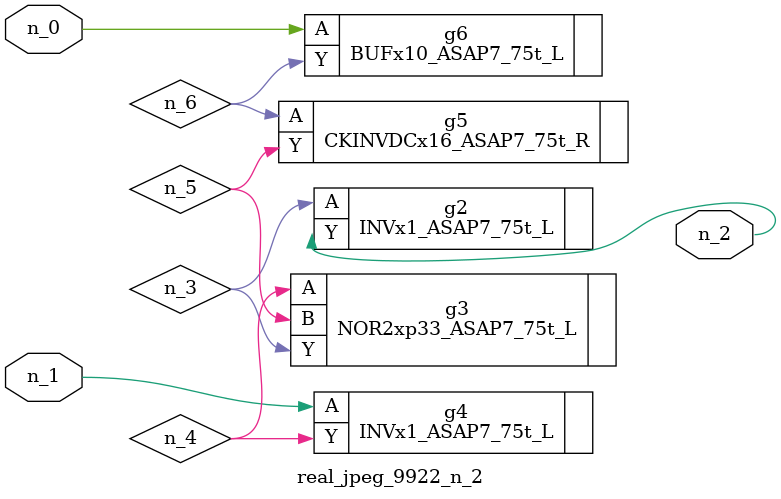
<source format=v>
module real_jpeg_9922_n_2 (n_1, n_0, n_2);

input n_1;
input n_0;

output n_2;

wire n_5;
wire n_4;
wire n_6;
wire n_3;

BUFx10_ASAP7_75t_L g6 ( 
.A(n_0),
.Y(n_6)
);

INVx1_ASAP7_75t_L g4 ( 
.A(n_1),
.Y(n_4)
);

INVx1_ASAP7_75t_L g2 ( 
.A(n_3),
.Y(n_2)
);

NOR2xp33_ASAP7_75t_L g3 ( 
.A(n_4),
.B(n_5),
.Y(n_3)
);

CKINVDCx16_ASAP7_75t_R g5 ( 
.A(n_6),
.Y(n_5)
);


endmodule
</source>
